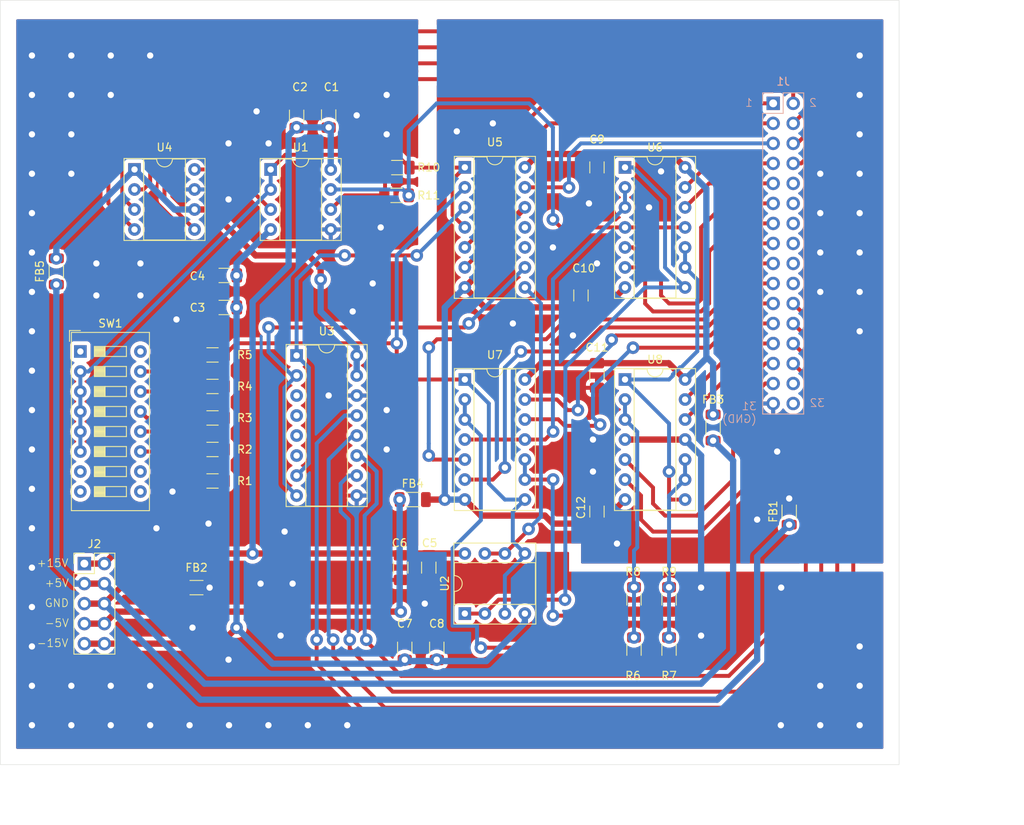
<source format=kicad_pcb>
(kicad_pcb (version 20240108) (generator "pcbnew") (generator_version "8.0")
  (layers (0 "F.Cu" signal) (31 "B.Cu" signal) (34 "B.Paste" user) (35 "F.Paste" user) (36 "B.SilkS" user "B.Silkscreen") (37 "F.SilkS" user "F.Silkscreen") (38 "B.Mask" user) (39 "F.Mask" user) (44 "Edge.Cuts" user))
  (net 0 "")
  (net 1 "GNDA")
  (net 2 "/+15V")
  (net 3 "/-15V")
  (net 4 "GNDD")
  (net 5 "/PowerGND")
  (net 6 "/Driver_FB")
  (net 7 "/S8out")
  (net 8 "/Control7")
  (net 9 "/S7out")
  (net 10 "/Control1")
  (net 11 "/Driver_op")
  (net 12 "/Control8")
  (net 13 "/+5V")
  (net 14 "/-5VD")
  (net 15 "/+5VD")
  (net 16 "/S8in")
  (net 18 "/S10inA")
  (net 19 "/Control10A")
  (net 20 "/S9out")
  (net 21 "/Control9B")
  (net 22 "/S10out")
  (net 23 "/Control9A")
  (net 24 "/Control10B")
  (net 25 "/S10inB")
  (net 26 "/ControlAF_1A")
  (net 27 "/ControlAF_2A")
  (net 28 "/Hz1")
  (net 29 "/ControlAF_2B")
  (net 30 "/ControlAF_1B")
  (net 31 "/Hz2")
  (net 32 "/ControlAF_4A")
  (net 33 "/ControlAF_4B")
  (net 34 "/Vt1")
  (net 35 "/ControlAF_3A")
  (net 36 "/Vt2")
  (net 37 "/ControlAF_3B")
  (net 38 "/CLK")
  (net 39 "/Din")
  (net 40 "/SCK")
  (net 41 "/SDI")
  (net 42 "/Dout")
  (net 43 "/DAC_CSbar")
  (net 50 "/LDACbar")
  (net 51 "/ADC_CSbar")
  (net 52 "/S2out")
  (net 53 "/S3out")
  (net 54 "/S4out")
  (net 55 "/S5out")
  (net 56 "/S6out")
  (net 57 "/Write_FB")
  (net 64 "/DAC_output")
  (net 70 "/-5V")
  (net 71 "/+5VA")
  (footprint "Capacitor_SMD:C_1206_3216Metric_Pad1.33x1.80mm_HandSolder" (layer "F.Cu") (at 201.676 70.612 -90)
    (property "Reference" "C11")
    (property "Value" "0.1uF")
  )
  (footprint "Capacitor_SMD:C_1206_3216Metric_Pad1.33x1.80mm_HandSolder" (layer "F.Cu") (at 181.356 105.156 90)
    (property "Reference" "C8")
    (property "Value" "0.1uF")
  )
  (footprint "Package_DIP:DIP-14_W7.62mm_Socket" (layer "F.Cu") (at 205.232 71.12)
    (property "Reference" "U8")
    (property "Value" "CD4066BE")
  )
  (footprint "Inductor_SMD:L_1206_3216Metric_Pad1.22x1.90mm_HandSolder" (layer "F.Cu") (at 178.308 86.36 180)
    (property "Reference" "FB4")
    (property "Value" "FerriteBead" (hide yes))
  )
  (footprint "Inductor_SMD:L_1206_3216Metric_Pad1.22x1.90mm_HandSolder" (layer "F.Cu") (at 216.408 77.216 -90)
    (property "Reference" "FB3")
    (property "Value" "FerriteBead" (hide yes))
  )
  (footprint "Capacitor_SMD:C_1206_3216Metric_Pad1.33x1.80mm_HandSolder" (layer "F.Cu") (at 177.292 105.156 90)
    (property "Reference" "C7")
    (property "Value" "1uF")
  )
  (footprint "Resistor_SMD:R_1206_3216Metric_Pad1.30x1.75mm_HandSolder" (layer "F.Cu") (at 176.34375 44.222 180)
    (property "Reference" "R10")
    (property "Value" "20k")
  )
  (footprint "Connector_PinHeader_2.54mm:PinHeader_2x05_P2.54mm_Vertical" (layer "F.Cu") (at 136.652 94.488)
    (property "Reference" "J2")
    (property "Value" "Conn_02x05_Odd_Even")
  )
  (footprint "Package_DIP:DIP-16_W7.62mm_Socket" (layer "F.Cu") (at 163.576 68.072)
    (property "Reference" "U3")
    (property "Value" "MCP3008")
  )
  (footprint "Capacitor_SMD:C_1206_3216Metric_Pad1.33x1.80mm_HandSolder" (layer "F.Cu") (at 199.644 60.452 90)
    (property "Reference" "C10")
    (property "Value" "0.1uF")
  )
  (footprint "Package_DIP:DIP-8_W7.62mm_Socket" (layer "F.Cu") (at 143.012 44.46)
    (property "Reference" "U4")
    (property "Value" "MCP4921")
  )
  (footprint "Resistor_SMD:R_1206_3216Metric_Pad1.30x1.75mm_HandSolder" (layer "F.Cu") (at 152.908 80)
    (property "Reference" "R2")
    (property "Value" "300k")
  )
  (footprint "Inductor_SMD:L_1206_3216Metric_Pad1.22x1.90mm_HandSolder" (layer "F.Cu") (at 150.876 97.536 180)
    (property "Reference" "FB2")
    (property "Value" "FerriteBead" (hide yes))
  )
  (footprint "Package_DIP:DIP-8_W7.62mm_Socket" (layer "F.Cu") (at 160.284 44.46)
    (property "Reference" "U1")
    (property "Value" "LM6172")
  )
  (footprint "Resistor_SMD:R_1206_3216Metric_Pad1.30x1.75mm_HandSolder" (layer "F.Cu") (at 152.908 68)
    (property "Reference" "R5")
    (property "Value" "10k")
  )
  (footprint "Resistor_SMD:R_1206_3216Metric_Pad1.30x1.75mm_HandSolder" (layer "F.Cu") (at 152.908 84)
    (property "Reference" "R1")
    (property "Value" "1M")
  )
  (footprint "Capacitor_SMD:C_1206_3216Metric_Pad1.33x1.80mm_HandSolder" (layer "F.Cu") (at 163.576 37.6305 90)
    (property "Reference" "C2")
    (property "Value" "0.1uF")
  )
  (footprint "Capacitor_SMD:C_1206_3216Metric_Pad1.33x1.80mm_HandSolder" (layer "F.Cu") (at 176.784 94.996 -90)
    (property "Reference" "C6")
    (property "Value" "0.1uF")
  )
  (footprint "Resistor_SMD:R_1206_3216Metric_Pad1.30x1.75mm_HandSolder" (layer "F.Cu") (at 206.375 99.034 90)
    (property "Reference" "R8")
    (property "Value" "R_Small")
  )
  (footprint "Resistor_SMD:R_1206_3216Metric_Pad1.30x1.75mm_HandSolder" (layer "F.Cu") (at 210.82 105.41 90)
    (property "Reference" "R7")
    (property "Value" "R_Small")
  )
  (footprint "Package_DIP:DIP-14_W7.62mm_Socket" (layer "F.Cu") (at 205.232 44.196)
    (property "Reference" "U6")
    (property "Value" "CD4066BE")
  )
  (footprint "Resistor_SMD:R_1206_3216Metric_Pad1.30x1.75mm_HandSolder" (layer "F.Cu") (at 206.375 105.41 90)
    (property "Reference" "R6")
    (property "Value" "R_Small")
  )
  (footprint "Resistor_SMD:R_1206_3216Metric_Pad1.30x1.75mm_HandSolder" (layer "F.Cu") (at 176.25 47.752)
    (property "Reference" "R11")
    (property "Value" "10k")
  )
  (footprint "Capacitor_SMD:C_1206_3216Metric_Pad1.33x1.80mm_HandSolder" (layer "F.Cu") (at 201.676 87.884 90)
    (property "Reference" "C12")
    (property "Value" "0.1uF")
  )
  (footprint "Inductor_SMD:L_1206_3216Metric_Pad1.22x1.90mm_HandSolder" (layer "F.Cu") (at 226.06 87.884 -90)
    (property "Reference" "FB1")
    (property "Value" "FerriteBead" (hide yes))
  )
  (footprint "Inductor_SMD:L_1206_3216Metric_Pad1.22x1.90mm_HandSolder" (layer "F.Cu") (at 133.096 57.404 -90)
    (property "Reference" "FB5")
    (property "Value" "FerriteBead" (hide yes))
  )
  (footprint "Capacitor_SMD:C_1206_3216Metric_Pad1.33x1.80mm_HandSolder" (layer "F.Cu") (at 201.676 44.196 -90)
    (property "Reference" "C9")
    (property "Value" "0.1uF")
  )
  (footprint "Capacitor_SMD:C_1206_3216Metric_Pad1.33x1.80mm_HandSolder" (layer "F.Cu") (at 180.34 94.996 -90)
    (property "Reference" "C5")
    (property "Value" "1uF")
  )
  (footprint "Capacitor_SMD:C_1206_3216Metric_Pad1.33x1.80mm_HandSolder" (layer "F.Cu") (at 154.432 57.912 180)
    (property "Reference" "C4")
    (property "Value" "0.1uF")
  )
  (footprint "Capacitor_SMD:C_1206_3216Metric_Pad1.33x1.80mm_HandSolder" (layer "F.Cu") (at 167.64 37.592 90)
    (property "Reference" "C1")
    (property "Value" "1uF")
  )
  (footprint "Resistor_SMD:R_1206_3216Metric_Pad1.30x1.75mm_HandSolder" (layer "F.Cu") (at 210.82 99.034 90)
    (property "Reference" "R9")
    (property "Value" "R_Small")
  )
  (footprint "Button_Switch_THT:SW_DIP_SPSTx08_Slide_9.78x22.5mm_W7.62mm_P2.54mm" (layer "F.Cu") (at 136.144 67.564)
    (property "Reference" "SW1")
    (property "Value" "SW_DIP_x08")
  )
  (footprint "Package_DIP:DIP-14_W7.62mm_Socket" (layer "F.Cu") (at 184.912 71.12)
    (property "Reference" "U7")
    (property "Value" "CD4066BE")
  )
  (footprint "Package_DIP:DIP-14_W7.62mm_Socket" (layer "F.Cu") (at 184.912 44.191)
    (property "Reference" "U5")
    (property "Value" "CD4066BE")
  )
  (footprint "Capacitor_SMD:C_1206_3216Metric_Pad1.33x1.80mm_HandSolder" (layer "F.Cu") (at 154.432 61.976 180)
    (property "Reference" "C3")
    (property "Value" "1uF")
  )
  (footprint "Resistor_SMD:R_1206_3216Metric_Pad1.30x1.75mm_HandSolder" (layer "F.Cu") (at 152.908 72)
    (property "Reference" "R4")
    (property "Value" "30k")
  )
  (footprint "Package_DIP:DIP-8_W7.62mm_Socket" (layer "F.Cu") (at 184.912 100.828 90)
    (property "Reference" "U2")
    (property "Value" "OPA2277")
  )
  (footprint "Resistor_SMD:R_1206_3216Metric_Pad1.30x1.75mm_HandSolder" (layer "F.Cu") (at 152.908 76)
    (property "Reference" "R3")
    (property "Value" "100k")
  )
  (footprint "Connector_PinSocket_2.54mm:PinSocket_2x16_P2.54mm_Vertical" (layer "B.Cu") (at 224.028 36.068 180)
    (property "Reference" "J1")
    (property "Value" "Conn_02x16_Odd_Even")
  )
  (gr_rect (start 126 23) (end 240 120) (stroke (width 0.05)) (fill none) (layer "Edge.Cuts"))
  (gr_text "32" (at 230.632 74.676 0) (layer "B.SilkS") (effects (font (size 1 1) (thickness 0.1)) (justify left bottom mirror)))
  (gr_text "1" (at 221.488 36.576 0) (layer "B.SilkS") (effects (font (size 1 1) (thickness 0.1)) (justify left bottom mirror)))
  (gr_text "31\n(GND)" (at 221.996 76.708 0) (layer "B.SilkS") (effects (font (size 1 1) (thickness 0.1)) (justify left bottom mirror)))
  (gr_text "2" (at 229.616 36.576 0) (layer "B.SilkS") (effects (font (size 1 1) (thickness 0.1)) (justify left bottom mirror)))
  (gr_text "GND" (at 131.572 100.076 0) (layer "F.SilkS") (effects (font (size 1 1) (thickness 0.1)) (justify left bottom)))
  (gr_text "-15V" (at 130.556 105.156 0) (layer "F.SilkS") (effects (font (size 1 1) (thickness 0.1)) (justify left bottom)))
  (gr_text "+15V" (at 130.556 94.996 0) (layer "F.SilkS") (effects (font (size 1 1) (thickness 0.1)) (justify left bottom)))
  (gr_text "-5V" (at 131.572 102.616 0) (layer "F.SilkS") (effects (font (size 1 1) (thickness 0.1)) (justify left bottom)))
  (gr_text "+5V" (at 131.572 97.536 0) (layer "F.SilkS") (effects (font (size 1 1) (thickness 0.1)) (justify left bottom)))
  (segment (start 212.852 78.74) (end 205.232 78.74) (width 0.8) (layer "F.Cu") (net 1))
  (via (at 130 80) (size 1.6) (drill 0.8) (layers "F.Cu" "B.Cu") (net 1))
  (via (at 214.884 97.536) (size 1.6) (drill 0.8) (layers "F.Cu" "B.Cu") (net 1))
  (via (at 150 115) (size 1.6) (drill 0.8) (layers "F.Cu" "B.Cu") (net 1))
  (via (at 230 110) (size 1.6) (drill 0.8) (layers "F.Cu" "B.Cu") (net 1))
  (via (at 170.688 62.484) (size 1.6) (drill 0.8) (layers "F.Cu" "B.Cu") (net 1))
  (via (at 175 80) (size 1.6) (drill 0.8) (layers "F.Cu" "B.Cu") (net 1))
  (via (at 152.4 89.408) (size 1.6) (drill 0.8) (layers "F.Cu" "B.Cu") (net 1))
  (via (at 214.884 103.632) (size 1.6) (drill 0.8) (layers "F.Cu" "B.Cu") (net 1))
  (via (at 163.068 97.028) (size 1.6) (drill 0.8) (layers "F.Cu" "B.Cu") (net 1))
  (via (at 138.176 56.388) (size 1.6) (drill 0.8) (layers "F.Cu" "B.Cu") (net 1))
  (via (at 130 115) (size 1.6) (drill 0.8) (layers "F.Cu" "B.Cu") (net 1))
  (via (at 130 110) (size 1.6) (drill 0.8) (layers "F.Cu" "B.Cu") (net 1))
  (via (at 138.176 60.452) (size 1.6) (drill 0.8) (layers "F.Cu" "B.Cu") (net 1))
  (via (at 167.64 73.152) (size 1.6) (drill 0.8) (layers "F.Cu" "B.Cu") (net 1))
  (via (at 135 40) (size 1.6) (drill 0.8) (layers "F.Cu" "B.Cu") (net 1))
  (via (at 145.796 90) (size 1.6) (drill 0.8) (layers "F.Cu" "B.Cu") (net 1))
  (via (at 130 105) (size 1.6) (drill 0.8) (layers "F.Cu" "B.Cu") (net 1))
  (via (at 171.196 37.592) (size 1.6) (drill 0.8) (layers "F.Cu" "B.Cu") (net 1))
  (via (at 165 115) (size 1.6) (drill 0.8) (layers "F.Cu" "B.Cu") (net 1))
  (via (at 175 35) (size 1.6) (drill 0.8) (layers "F.Cu" "B.Cu") (net 1))
  (via (at 161.544 103.632) (size 1.6) (drill 0.8) (layers "F.Cu" "B.Cu") (net 1))
  (via (at 135 115) (size 1.6) (drill 0.8) (layers "F.Cu" "B.Cu") (net 1))
  (via (at 160 115) (size 1.6) (drill 0.8) (layers "F.Cu" "B.Cu") (net 1))
  (via (at 225 115) (size 1.6) (drill 0.8) (layers "F.Cu" "B.Cu") (net 1))
  (via (at 170 115) (size 1.6) (drill 0.8) (layers "F.Cu" "B.Cu") (net 1))
  (via (at 235 105) (size 1.6) (drill 0.8) (layers "F.Cu" "B.Cu") (net 1))
  (via (at 130 90) (size 1.6) (drill 0.8) (layers "F.Cu" "B.Cu") (net 1))
  (via (at 140 35) (size 1.6) (drill 0.8) (layers "F.Cu" "B.Cu") (net 1))
  (via (at 155 115) (size 1.6) (drill 0.8) (layers "F.Cu" "B.Cu") (net 1))
  (via (at 147.828 85.344) (size 1.6) (drill 0.8) (layers "F.Cu" "B.Cu") (net 1))
  (via (at 140 115) (size 1.6) (drill 0.8) (layers "F.Cu" "B.Cu") (net 1))
  (via (at 154.94 41.148) (size 1.6) (drill 0.8) (layers "F.Cu" "B.Cu") (net 1))
  (via (at 140 110) (size 1.6) (drill 0.8) (layers "F.Cu" "B.Cu") (net 1))
  (via (at 143.764 60.452) (size 1.6) (drill 0.8) (layers "F.Cu" "B.Cu") (net 1))
  (via (at 130 70) (size 1.6) (drill 0.8) (layers "F.Cu" "B.Cu") (net 1))
  (via (at 158.496 37.084) (size 1.6) (drill 0.8) (layers "F.Cu" "B.Cu") (net 1))
  (via (at 135 45) (size 1.6) (drill 0.8) (layers "F.Cu" "B.Cu") (net 1))
  (via (at 159.004 97.028) (size 1.6) (drill 0.8) (layers "F.Cu" "B.Cu") (net 1))
  (via (at 152.5385 97.536) (size 1.6) (drill 0.8) (layers "F.Cu" "B.Cu") (net 1))
  (via (at 130 30) (size 1.6) (drill 0.8) (layers "F.Cu" "B.Cu") (net 1))
  (via (at 130 55) (size 1.6) (drill 0.8) (layers "F.Cu" "B.Cu") (net 1))
  (via (at 130 35) (size 1.6) (drill 0.8) (layers "F.Cu" "B.Cu") (net 1))
  (via (at 173.228 58.928) (size 1.6) (drill 0.8) (layers "F.Cu" "B.Cu") (net 1))
  (via (at 175 75) (size 1.6) (drill 0.8) (layers "F.Cu" "B.Cu") (net 1))
  (via (at 130 65) (size 1.6) (drill 0.8) (layers "F.Cu" "B.Cu") (net 1))
  (via (at 135 30) (size 1.6) (drill 0.8) (layers "F.Cu" "B.Cu") (net 1))
  (via (at 160.02 41.148) (size 1.6) (drill 0.8) (layers "F.Cu" "B.Cu") (net 1))
  (via (at 130 50) (size 1.6) (drill 0.8) (layers "F.Cu" "B.Cu") (net 1))
  (via (at 145 30) (size 1.6) (drill 0.8) (layers "F.Cu" "B.Cu") (net 1))
  (via (at 130 100) (size 1.6) (drill 0.8) (layers "F.Cu" "B.Cu") (net 1))
  (via (at 145 115) (size 1.6) (drill 0.8) (layers "F.Cu" "B.Cu") (net 1))
  (via (at 130 75) (size 1.6) (drill 0.8) (layers "F.Cu" "B.Cu") (net 1))
  (via (at 130 95) (size 1.6) (drill 0.8) (layers "F.Cu" "B.Cu") (net 1))
  (via (at 135 110) (size 1.6) (drill 0.8) (layers "F.Cu" "B.Cu") (net 1))
  (via (at 235 115) (size 1.6) (drill 0.8) (layers "F.Cu" "B.Cu") (net 1))
  (via (at 175 40) (size 1.6) (drill 0.8) (layers "F.Cu" "B.Cu") (net 1))
  (via (at 135 35) (size 1.6) (drill 0.8) (layers "F.Cu" "B.Cu") (net 1))
  (via (at 235 110) (size 1.6) (drill 0.8) (layers "F.Cu" "B.Cu") (net 1))
  (via (at 154.94 48.26) (size 1.6) (drill 0.8) (layers "F.Cu" "B.Cu") (net 1))
  (via (at 148.336 63.5) (size 1.6) (drill 0.8) (layers "F.Cu" "B.Cu") (net 1))
  (via (at 150.368 102.616) (size 1.6) (drill 0.8) (layers "F.Cu" "B.Cu") (net 1))
  (via (at 140 30) (size 1.6) (drill 0.8) (layers "F.Cu" "B.Cu") (net 1))
  (via (at 130 85) (size 1.6) (drill 0.8) (layers "F.Cu" "B.Cu") (net 1))
  (via (at 162.052 90.424) (size 1.6) (drill 0.8) (layers "F.Cu" "B.Cu") (net 1))
  (via (at 179.832 99.568) (size 1.6) (drill 0.8) (layers "F.Cu" "B.Cu") (net 1))
  (via (at 143.764 56.388) (size 1.6) (drill 0.8) (layers "F.Cu" "B.Cu") (net 1))
  (via (at 145 110) (size 1.6) (drill 0.8) (layers "F.Cu" "B.Cu") (net 1))
  (via (at 130 60) (size 1.6) (drill 0.8) (layers "F.Cu" "B.Cu") (net 1))
  (via (at 230 115) (size 1.6) (drill 0.8) (layers "F.Cu" "B.Cu") (net 1))
  (via (at 130 45) (size 1.6) (drill 0.8) (layers "F.Cu" "B.Cu") (net 1))
  (via (at 154.94 106.68) (size 1.6) (drill 0.8) (layers "F.Cu" "B.Cu") (net 1))
  (via (at 130 40) (size 1.6) (drill 0.8) (layers "F.Cu" "B.Cu") (net 1))
  (via (at 225.044 97.536) (size 1.6) (drill 0.8) (layers "F.Cu" "B.Cu") (net 1))
  (via (at 174.244 51.816) (size 1.6) (drill 0.8) (layers "F.Cu" "B.Cu") (net 1))
  (segment (start 214.884 80.772) (end 212.852 78.74) (width 0.8) (layer "B.Cu") (net 1))
  (segment (start 214.884 97.536) (end 214.884 80.772) (width 0.8) (layer "B.Cu") (net 1))
  (segment (start 136.652 94.488) (end 139.192 94.488) (width 0.8) (layer "F.Cu") (net 2))
  (segment (start 157.988 93.208) (end 184.912 93.208) (width 0.8) (layer "F.Cu") (net 2))
  (segment (start 157.988 93.208) (end 140.472 93.208) (width 0.8) (layer "F.Cu") (net 2))
  (segment (start 140.472 93.208) (end 139.192 94.488) (width 0.8) (layer "F.Cu") (net 2))
  (via (at 167.64 39.116) (size 1.6) (drill 0.8) (layers "F.Cu" "B.Cu") (net 2))
  (via (at 163.576 39.116) (size 1.6) (drill 0.8) (layers "F.Cu" "B.Cu") (net 2))
  (via (at 157.988 93.208) (size 1.6) (drill 0.8) (layers "F.Cu" "B.Cu") (net 2))
  (segment (start 157.988 93.208) (end 157.988 61.244) (width 0.8) (layer "B.Cu") (net 2))
  (segment (start 167.64 39.116) (end 167.904 39.38) (width 0.8) (layer "B.Cu") (net 2))
  (segment (start 163.576 39.116) (end 167.64 39.116) (width 0.8) (layer "B.Cu") (net 2))
  (segment (start 157.988 61.244) (end 162.56 56.672) (width 0.8) (layer "B.Cu") (net 2))
  (segment (start 162.56 56.672) (end 162.56 40.132) (width 0.8) (layer "B.Cu") (net 2))
  (segment (start 167.904 39.38) (end 167.904 44.46) (width 0.8) (layer "B.Cu") (net 2))
  (segment (start 162.56 40.132) (end 163.576 39.116) (width 0.8) (layer "B.Cu") (net 2))
  (segment (start 153.924 104.648) (end 139.192 104.648) (width 0.8) (layer "F.Cu") (net 3))
  (segment (start 136.652 104.648) (end 139.192 104.648) (width 0.8) (layer "F.Cu") (net 3))
  (segment (start 155.956 102.616) (end 153.924 104.648) (width 0.8) (layer "F.Cu") (net 3))
  (via (at 181.356 106.68) (size 1.6) (drill 0.8) (layers "F.Cu" "B.Cu") (net 3))
  (via (at 155.956 61.976) (size 1.6) (drill 0.8) (layers "F.Cu" "B.Cu") (net 3))
  (via (at 155.956 102.616) (size 1.6) (drill 0.8) (layers "F.Cu" "B.Cu") (net 3))
  (via (at 177.292 106.68) (size 1.6) (drill 0.8) (layers "F.Cu" "B.Cu") (net 3))
  (via (at 155.956 57.912) (size 1.6) (drill 0.8) (layers "F.Cu" "B.Cu") (net 3))
  (segment (start 192.532 100.828) (end 192.532 101.972164) (width 0.8) (layer "B.Cu") (net 3))
  (segment (start 181.356 106.68) (end 181.18 106.856) (width 0.8) (layer "B.Cu") (net 3))
  (segment (start 181.532 106.856) (end 181.356 106.68) (width 0.8) (layer "B.Cu") (net 3))
  (segment (start 155.956 56.408) (end 160.284 52.08) (width 0.8) (layer "B.Cu") (net 3))
  (segment (start 187.648164 106.856) (end 181.532 106.856) (width 0.8) (layer "B.Cu") (net 3))
  (segment (start 155.956 102.616) (end 155.956 61.976) (width 0.8) (layer "B.Cu") (net 3))
  (segment (start 155.956 102.616) (end 160.528 107.188) (width 0.8) (layer "B.Cu") (net 3))
  (segment (start 192.532 101.972164) (end 187.648164 106.856) (width 0.8) (layer "B.Cu") (net 3))
  (segment (start 176.784 107.188) (end 177.292 106.68) (width 0.8) (layer "B.Cu") (net 3))
  (segment (start 160.528 107.188) (end 176.784 107.188) (width 0.8) (layer "B.Cu") (net 3))
  (segment (start 155.956 61.976) (end 155.956 57.912) (width 0.8) (layer "B.Cu") (net 3))
  (segment (start 155.956 57.912) (end 155.956 56.408) (width 0.8) (layer "B.Cu") (net 3))
  (segment (start 177.468 106.856) (end 177.292 106.68) (width 0.8) (layer "B.Cu") (net 3))
  (segment (start 181.18 106.856) (end 177.468 106.856) (width 0.8) (layer "B.Cu") (net 3))
  (via (at 235 35) (size 1.6) (drill 0.8) (layers "F.Cu" "B.Cu") (net 4))
  (via (at 198.628 65.532) (size 1.6) (drill 0.8) (layers "F.Cu" "B.Cu") (net 4))
  (via (at 235 55) (size 1.6) (drill 0.8) (layers "F.Cu" "B.Cu") (net 4))
  (via (at 235 45) (size 1.6) (drill 0.8) (layers "F.Cu" "B.Cu") (net 4))
  (via (at 201.676 56.388) (size 1.6) (drill 0.8) (layers "F.Cu" "B.Cu") (net 4))
  (via (at 235 60) (size 1.6) (drill 0.8) (layers "F.Cu" "B.Cu") (net 4))
  (via (at 230 60) (size 1.6) (drill 0.8) (layers "F.Cu" "B.Cu") (net 4))
  (via (at 183.896 39.624) (size 1.6) (drill 0.8) (layers "F.Cu" "B.Cu") (net 4))
  (via (at 235 40) (size 1.6) (drill 0.8) (layers "F.Cu" "B.Cu") (net 4))
  (via (at 235 50) (size 1.6) (drill 0.8) (layers "F.Cu" "B.Cu") (net 4))
  (via (at 200.66 48.768) (size 1.6) (drill 0.8) (layers "F.Cu" "B.Cu") (net 4))
  (via (at 224.536 80.264) (size 1.6) (drill 0.8) (layers "F.Cu" "B.Cu") (net 4))
  (via (at 235 65) (size 1.6) (drill 0.8) (layers "F.Cu" "B.Cu") (net 4))
  (via (at 201.168 82.804) (size 1.6) (drill 0.8) (layers "F.Cu" "B.Cu") (net 4))
  (via (at 235 30) (size 1.6) (drill 0.8) (layers "F.Cu" "B.Cu") (net 4))
  (via (at 188.468 38.608) (size 1.6) (drill 0.8) (layers "F.Cu" "B.Cu") (net 4))
  (via (at 221.996 88.9) (size 1.6) (drill 0.8) (layers "F.Cu" "B.Cu") (net 4))
  (via (at 201.168 78.74) (size 1.6) (drill 0.8) (layers "F.Cu" "B.Cu") (net 4))
  (via (at 230 45) (size 1.6) (drill 0.8) (layers "F.Cu" "B.Cu") (net 4))
  (via (at 209.804 44.704) (size 1.6) (drill 0.8) (layers "F.Cu" "B.Cu") (net 4))
  (via (at 230 55) (size 1.6) (drill 0.8) (layers "F.Cu" "B.Cu") (net 4))
  (via (at 196.088 54.356) (size 1.6) (drill 0.8) (layers "F.Cu" "B.Cu") (net 4))
  (via (at 204.216 91.948) (size 1.6) (drill 0.8) (layers "F.Cu" "B.Cu") (net 4))
  (via (at 191.008 64.008) (size 1.6) (drill 0.8) (layers "F.Cu" "B.Cu") (net 4))
  (via (at 226.06 86.2215) (size 1.6) (drill 0.8) (layers "F.Cu" "B.Cu") (net 4))
  (via (at 208.28 49.276) (size 1.6) (drill 0.8) (layers "F.Cu" "B.Cu") (net 4))
  (via (at 230 50) (size 1.6) (drill 0.8) (layers "F.Cu" "B.Cu") (net 4))
  (segment (start 149.2135 97.536) (end 141.224 97.536) (width 0.8) (layer "F.Cu") (net 5))
  (segment (start 136.652 99.568) (end 139.192 99.568) (width 0.8) (layer "F.Cu") (net 5))
  (segment (start 141.224 97.536) (end 139.192 99.568) (width 0.8) (layer "F.Cu") (net 5))
  (via (at 226.06 89.5465) (size 1.6) (drill 0.8) (layers "F.Cu" "B.Cu") (net 5))
  (segment (start 226.06 89.5465) (end 221.996 93.6105) (width 0.8) (layer "B.Cu") (net 5))
  (segment (start 221.996 93.6105) (end 221.996 106.68) (width 0.8) (layer "B.Cu") (net 5))
  (segment (start 221.996 106.68) (end 216.916 111.76) (width 0.8) (layer "B.Cu") (net 5))
  (segment (start 151.384 111.76) (end 139.192 99.568) (width 0.8) (layer "B.Cu") (net 5))
  (segment (start 216.916 111.76) (end 151.384 111.76) (width 0.8) (layer "B.Cu") (net 5))
  (segment (start 177.89375 44.222) (end 184.881 44.222) (width 0.5) (layer "F.Cu") (net 6))
  (segment (start 162.147 42.597) (end 176.26875 42.597) (width 0.5) (layer "F.Cu") (net 6))
  (segment (start 176.26875 42.597) (end 177.89375 44.222) (width 0.5) (layer "F.Cu") (net 6))
  (segment (start 184.912 51.811) (end 183.362 50.261) (width 0.5) (layer "F.Cu") (net 6))
  (segment (start 184.881 44.222) (end 184.912 44.191) (width 0.5) (layer "F.Cu") (net 6))
  (segment (start 160.284 44.46) (end 162.147 42.597) (width 0.5) (layer "F.Cu") (net 6))
  (segment (start 183.362 45.741) (end 184.912 44.191) (width 0.5) (layer "F.Cu") (net 6))
  (segment (start 183.362 50.261) (end 183.362 45.741) (width 0.5) (layer "F.Cu") (net 6))
  (segment (start 136.144 70.104) (end 136.144 80.264) (width 0.5) (layer "B.Cu") (net 6))
  (segment (start 137.18 70.104) (end 136.144 70.104) (width 0.5) (layer "B.Cu") (net 6))
  (segment (start 160.284 47) (end 160.284 44.46) (width 0.5) (layer "B.Cu") (net 6))
  (segment (start 160.284 47) (end 137.18 70.104) (width 0.5) (layer "B.Cu") (net 6))
  (segment (start 184.907 64.516) (end 160.02 64.516) (width 0.5) (layer "F.Cu") (net 7))
  (segment (start 185.4175 64.0055) (end 184.907 64.516) (width 0.5) (layer "F.Cu") (net 7))
  (via (at 160.02 64.516) (size 1.6) (drill 0.8) (layers "F.Cu" "B.Cu") (net 7))
  (via (at 185.4175 64.0055) (size 1.6) (drill 0.8) (layers "F.Cu" "B.Cu") (net 7))
  (segment (start 163.576 70.612) (end 162.026 72.162) (width 0.5) (layer "B.Cu") (net 7))
  (segment (start 163.016 70.612) (end 163.576 70.612) (width 0.5) (layer "B.Cu") (net 7))
  (segment (start 160.02 64.516) (end 160.02 67.616) (width 0.5) (layer "B.Cu") (net 7))
  (segment (start 162.026 84.302) (end 163.576 85.852) (width 0.5) (layer "B.Cu") (net 7))
  (segment (start 185.4175 64.0055) (end 192.532 56.891) (width 0.5) (layer "B.Cu") (net 7))
  (segment (start 160.02 67.616) (end 163.016 70.612) (width 0.5) (layer "B.Cu") (net 7))
  (segment (start 162.026 72.162) (end 162.026 84.302) (width 0.5) (layer "B.Cu") (net 7))
  (segment (start 186.944 44.196) (end 186.944 52.319) (width 0.5) (layer "F.Cu") (net 8))
  (segment (start 224.028 36.068) (end 195.072 36.068) (width 0.5) (layer "F.Cu") (net 8))
  (segment (start 195.072 36.068) (end 186.944 44.196) (width 0.5) (layer "F.Cu") (net 8))
  (segment (start 186.944 52.319) (end 184.912 54.351) (width 0.5) (layer "F.Cu") (net 8))
  (segment (start 169.672 55.372) (end 170.18 55.372) (width 0.5) (layer "F.Cu") (net 9))
  (segment (start 170.18 55.372) (end 178.816 55.372) (width 0.5) (layer "F.Cu") (net 9))
  (via (at 178.816 55.372) (size 1.6) (drill 0.8) (layers "F.Cu" "B.Cu") (net 9))
  (via (at 169.672 55.372) (size 1.6) (drill 0.8) (layers "F.Cu" "B.Cu") (net 9))
  (segment (start 165.126 69.622) (end 165.126 81.762) (width 0.5) (layer "B.Cu") (net 9))
  (segment (start 165.126 81.762) (end 163.576 83.312) (width 0.5) (layer "B.Cu") (net 9))
  (segment (start 166.624 55.372) (end 163.576 58.42) (width 0.5) (layer "B.Cu") (net 9))
  (segment (start 163.576 58.42) (end 163.576 68.072) (width 0.5) (layer "B.Cu") (net 9))
  (segment (start 178.816 55.367) (end 184.912 49.271) (width 0.5) (layer "B.Cu") (net 9))
  (segment (start 169.672 55.372) (end 166.624 55.372) (width 0.5) (layer "B.Cu") (net 9))
  (segment (start 178.816 55.372) (end 178.816 55.367) (width 0.5) (layer "B.Cu") (net 9))
  (segment (start 163.576 68.072) (end 165.126 69.622) (width 0.5) (layer "B.Cu") (net 9))
  (segment (start 192.532 46.731) (end 198.115 46.731) (width 0.5) (layer "F.Cu") (net 10))
  (segment (start 198.115 46.731) (end 198.12 46.736) (width 0.5) (layer "F.Cu") (net 10))
  (via (at 198.12 46.736) (size 1.6) (drill 0.8) (layers "F.Cu" "B.Cu") (net 10))
  (segment (start 199.644 41.148) (end 224.028 41.148) (width 0.5) (layer "B.Cu") (net 10))
  (segment (start 198.12 46.736) (end 198.12 42.672) (width 0.5) (layer "B.Cu") (net 10))
  (segment (start 198.12 42.672) (end 199.644 41.148) (width 0.5) (layer "B.Cu") (net 10))
  (segment (start 155.936 66.522) (end 154.458 68) (width 0.5) (layer "F.Cu") (net 11))
  (segment (start 176.276 66.522) (end 176.276 69.596) (width 0.5) (layer "F.Cu") (net 11))
  (segment (start 176.276 66.522) (end 155.936 66.522) (width 0.5) (layer "F.Cu") (net 11))
  (segment (start 176.276 69.596) (end 177.8 71.12) (width 0.5) (layer "F.Cu") (net 11))
  (segment (start 154.458 68) (end 154.458 84) (width 0.5) (layer "F.Cu") (net 11))
  (segment (start 177.8 71.12) (end 184.912 71.12) (width 0.5) (layer "F.Cu") (net 11))
  (via (at 176.276 66.522) (size 1.6) (drill 0.8) (layers "F.Cu" "B.Cu") (net 11))
  (segment (start 184.912 71.12) (end 187.96 74.168) (width 0.5) (layer "B.Cu") (net 11))
  (segment (start 187.96 84.328) (end 189.992 86.36) (width 0.5) (layer "B.Cu") (net 11))
  (segment (start 189.992 86.36) (end 192.532 86.36) (width 0.5) (layer "B.Cu") (net 11))
  (segment (start 191 87.892) (end 191 91.676) (width 0.5) (layer "B.Cu") (net 11))
  (segment (start 192.532 86.36) (end 191 87.892) (width 0.5) (layer "B.Cu") (net 11))
  (segment (start 189.992 96.012) (end 189.992 100.828) (width 0.5) (layer "B.Cu") (net 11))
  (segment (start 192.532 93.208) (end 192.532 93.472) (width 0.5) (layer "B.Cu") (net 11))
  (segment (start 187.96 74.168) (end 187.96 84.328) (width 0.5) (layer "B.Cu") (net 11))
  (segment (start 191 91.676) (end 192.532 93.208) (width 0.5) (layer "B.Cu") (net 11))
  (segment (start 192.532 93.472) (end 189.992 96.012) (width 0.5) (layer "B.Cu") (net 11))
  (segment (start 176.276 55.367) (end 184.912 46.731) (width 0.5) (layer "B.Cu") (net 11))
  (segment (start 176.276 66.522) (end 176.276 55.367) (width 0.5) (layer "B.Cu") (net 11))
  (segment (start 195.58 38.608) (end 224.028 38.608) (width 0.5) (layer "F.Cu") (net 12))
  (segment (start 188.468 53.335) (end 188.468 45.72) (width 0.5) (layer "F.Cu") (net 12))
  (segment (start 188.468 45.72) (end 195.58 38.608) (width 0.5) (layer "F.Cu") (net 12))
  (segment (start 184.912 56.891) (end 188.468 53.335) (width 0.5) (layer "F.Cu") (net 12))
  (segment (start 136.652 97.028) (end 139.192 97.028) (width 0.8) (layer "F.Cu") (net 13))
  (via (at 216.408 78.8785) (size 1.6) (drill 0.8) (layers "F.Cu" "B.Cu") (net 13))
  (via (at 133.096 59.0665) (size 1.6) (drill 0.8) (layers "F.Cu" "B.Cu") (net 13))
  (segment (start 218.948 81.4185) (end 218.948 105.664) (width 0.8) (layer "B.Cu") (net 13))
  (segment (start 136.652 97.028) (end 135.449919 97.028) (width 0.8) (layer "B.Cu") (net 13))
  (segment (start 135.449919 97.028) (end 133.096 94.674081) (width 0.8) (layer "B.Cu") (net 13))
  (segment (start 133.096 94.674081) (end 133.096 59.0665) (width 0.8) (layer "B.Cu") (net 13))
  (segment (start 218.948 105.664) (end 214.884 109.728) (width 0.8) (layer "B.Cu") (net 13))
  (segment (start 214.884 109.728) (end 151.892 109.728) (width 0.8) (layer "B.Cu") (net 13))
  (segment (start 216.408 78.8785) (end 218.948 81.4185) (width 0.8) (layer "B.Cu") (net 13))
  (segment (start 151.892 109.728) (end 139.192 97.028) (width 0.8) (layer "B.Cu") (net 13))
  (segment (start 182.372 86.36) (end 179.9705 86.36) (width 0.8) (layer "F.Cu") (net 14))
  (segment (start 192.532 49.271) (end 190.832 50.971) (width 0.8) (layer "F.Cu") (net 14))
  (segment (start 186.944 88.392) (end 195.072 88.392) (width 0.8) (layer "F.Cu") (net 14))
  (segment (start 202.692 61.976) (end 205.232 59.436) (width 0.8) (layer "F.Cu") (net 14))
  (segment (start 184.912 59.431) (end 187.457 61.976) (width 0.8) (layer "F.Cu") (net 14))
  (segment (start 202.184 89.408) (end 205.232 86.36) (width 0.8) (layer "F.Cu") (net 14))
  (segment (start 190.832 50.971) (end 190.832 53.511) (width 0.8) (layer "F.Cu") (net 14))
  (segment (start 184.912 86.36) (end 186.944 88.392) (width 0.8) (layer "F.Cu") (net 14))
  (segment (start 187.457 61.976) (end 202.692 61.976) (width 0.8) (layer "F.Cu") (net 14))
  (segment (start 196.088 89.408) (end 202.184 89.408) (width 0.8) (layer "F.Cu") (net 14))
  (segment (start 190.832 53.511) (end 184.912 59.431) (width 0.8) (layer "F.Cu") (net 14))
  (segment (start 195.072 88.392) (end 196.088 89.408) (width 0.8) (layer "F.Cu") (net 14))
  (via (at 182.372 86.36) (size 1.6) (drill 0.8) (layers "F.Cu" "B.Cu") (net 14))
  (segment (start 182.372 61.971) (end 184.912 59.431) (width 0.8) (layer "B.Cu") (net 14))
  (segment (start 182.372 86.36) (end 184.912 86.36) (width 0.8) (layer "B.Cu") (net 14))
  (segment (start 182.372 86.36) (end 182.372 61.971) (width 0.8) (layer "B.Cu") (net 14))
  (segment (start 192.532 71.12) (end 194.6025 69.0495) (width 0.8) (layer "F.Cu") (net 15))
  (segment (start 192.532 44.191) (end 194.227 42.496) (width 0.8) (layer "F.Cu") (net 15))
  (segment (start 211.152 42.496) (end 212.852 44.196) (width 0.8) (layer "F.Cu") (net 15))
  (segment (start 194.227 42.496) (end 211.152 42.496) (width 0.8) (layer "F.Cu") (net 15))
  (segment (start 210.7815 69.0495) (end 212.852 71.12) (width 0.8) (layer "F.Cu") (net 15))
  (segment (start 194.6025 69.0495) (end 210.7815 69.0495) (width 0.8) (layer "F.Cu") (net 15))
  (via (at 216.408 75.5535) (size 1.6) (drill 0.8) (layers "F.Cu" "B.Cu") (net 15))
  (segment (start 216.408 69.088) (end 215.74 68.42) (width 0.8) (layer "B.Cu") (net 15))
  (segment (start 215.552 68.42) (end 212.852 71.12) (width 0.8) (layer "B.Cu") (net 15))
  (segment (start 216.408 75.5535) (end 216.408 69.088) (width 0.8) (layer "B.Cu") (net 15))
  (segment (start 215.552 46.896) (end 215.552 64.516) (width 0.8) (layer "B.Cu") (net 15))
  (segment (start 212.852 44.196) (end 215.552 46.896) (width 0.8) (layer "B.Cu") (net 15))
  (segment (start 215.74 68.42) (end 215.552 68.42) (width 0.8) (layer "B.Cu") (net 15))
  (segment (start 215.552 64.516) (end 215.552 68.42) (width 0.8) (layer "B.Cu") (net 15))
  (segment (start 193 90.2) (end 189.992 93.208) (width 0.5) (layer "F.Cu") (net 16))
  (segment (start 187.452 93.208) (end 189.992 93.208) (width 0.5) (layer "F.Cu") (net 16))
  (segment (start 193 90.092) (end 193 90.2) (width 0.5) (layer "F.Cu") (net 16))
  (via (at 193 90.092) (size 1.6) (drill 0.8) (layers "F.Cu" "B.Cu") (net 16))
  (segment (start 193 90.092) (end 194.564 88.528) (width 0.5) (layer "B.Cu") (net 16))
  (segment (start 194.564 61.463) (end 192.532 59.431) (width 0.5) (layer "B.Cu") (net 16))
  (segment (start 194.564 88.528) (end 194.564 61.463) (width 0.5) (layer "B.Cu") (net 16))
  (segment (start 189.22 99.06) (end 187.452 100.828) (width 0.5) (layer "F.Cu") (net 18))
  (segment (start 187.452 100.828) (end 184.912 100.828) (width 0.5) (layer "F.Cu") (net 18))
  (segment (start 197.612 99.06) (end 189.22 99.06) (width 0.5) (layer "F.Cu") (net 18))
  (via (at 197.612 99.06) (size 1.6) (drill 0.8) (layers "F.Cu" "B.Cu") (net 18))
  (segment (start 197.664 99.008) (end 197.664 69.544) (width 0.5) (layer "B.Cu") (net 18))
  (segment (start 210.312 48.26) (end 210.312 56.896) (width 0.5) (layer "B.Cu") (net 18))
  (segment (start 197.612 99.06) (end 197.664 99.008) (width 0.5) (layer "B.Cu") (net 18))
  (segment (start 206.248 44.196) (end 210.312 48.26) (width 0.5) (layer "B.Cu") (net 18))
  (segment (start 197.664 69.544) (end 207.772 59.436) (width 0.5) (layer "B.Cu") (net 18))
  (segment (start 205.232 44.196) (end 206.248 44.196) (width 0.5) (layer "B.Cu") (net 18))
  (segment (start 210.312 56.896) (end 212.852 59.436) (width 0.5) (layer "B.Cu") (net 18))
  (segment (start 207.772 59.436) (end 212.852 59.436) (width 0.5) (layer "B.Cu") (net 18))
  (segment (start 207.788 57.928) (end 207.788 61.484) (width 0.5) (layer "F.Cu") (net 19))
  (segment (start 215.9 54.864) (end 219.456 51.308) (width 0.5) (layer "F.Cu") (net 19))
  (segment (start 214.884 62.484) (end 215.9 61.468) (width 0.5) (layer "F.Cu") (net 19))
  (segment (start 215.9 61.468) (end 215.9 54.864) (width 0.5) (layer "F.Cu") (net 19))
  (segment (start 208.788 62.484) (end 214.884 62.484) (width 0.5) (layer "F.Cu") (net 19))
  (segment (start 206.756 56.896) (end 207.788 57.928) (width 0.5) (layer "F.Cu") (net 19))
  (segment (start 219.456 51.308) (end 224.028 51.308) (width 0.5) (layer "F.Cu") (net 19))
  (segment (start 207.788 61.484) (end 208.788 62.484) (width 0.5) (layer "F.Cu") (net 19))
  (segment (start 205.232 56.896) (end 206.756 56.896) (width 0.5) (layer "F.Cu") (net 19))
  (segment (start 192.532 78.74) (end 184.912 78.74) (width 0.5) (layer "F.Cu") (net 20))
  (segment (start 196.114 77.724) (end 195.098 78.74) (width 0.5) (layer "F.Cu") (net 20))
  (segment (start 195.098 78.74) (end 192.532 78.74) (width 0.5) (layer "F.Cu") (net 20))
  (via (at 196.114 77.724) (size 1.6) (drill 0.8) (layers "F.Cu" "B.Cu") (net 20))
  (segment (start 205.232 46.736) (end 205.232 49.276) (width 0.5) (layer "B.Cu") (net 20))
  (segment (start 196.114 77.724) (end 196.088 77.698) (width 0.5) (layer "B.Cu") (net 20))
  (segment (start 196.088 77.698) (end 196.088 58.42) (width 0.5) (layer "B.Cu") (net 20))
  (segment (start 196.088 58.42) (end 205.232 49.276) (width 0.5) (layer "B.Cu") (net 20))
  (segment (start 214.376 61.468) (end 214.884 60.96) (width 0.5) (layer "F.Cu") (net 21))
  (segment (start 209.804 60.452) (end 210.82 61.468) (width 0.5) (layer "F.Cu") (net 21))
  (segment (start 214.884 60.96) (end 214.884 51.816) (width 0.5) (layer "F.Cu") (net 21))
  (segment (start 210.82 61.468) (end 214.376 61.468) (width 0.5) (layer "F.Cu") (net 21))
  (segment (start 214.884 51.816) (end 217.932 48.768) (width 0.5) (layer "F.Cu") (net 21))
  (segment (start 209.804 57.912) (end 209.804 60.452) (width 0.5) (layer "F.Cu") (net 21))
  (segment (start 206.248 54.356) (end 209.804 57.912) (width 0.5) (layer "F.Cu") (net 21))
  (segment (start 205.232 54.356) (end 206.248 54.356) (width 0.5) (layer "F.Cu") (net 21))
  (segment (start 217.932 48.768) (end 224.028 48.768) (width 0.5) (layer "F.Cu") (net 21))
  (segment (start 210.82 86.106) (end 211.074 86.36) (width 0.5) (layer "F.Cu") (net 22))
  (segment (start 211.074 86.36) (end 212.852 86.36) (width 0.5) (layer "F.Cu") (net 22))
  (segment (start 210.82 82.804) (end 210.82 86.106) (width 0.5) (layer "F.Cu") (net 22))
  (via (at 210.82 82.804) (size 1.6) (drill 0.8) (layers "F.Cu" "B.Cu") (net 22))
  (segment (start 210.82 76.708) (end 205.232 71.12) (width 0.5) (layer "B.Cu") (net 22))
  (segment (start 212.852 54.356) (end 212.852 56.896) (width 0.5) (layer "B.Cu") (net 22))
  (segment (start 210.82 82.804) (end 210.82 76.708) (width 0.5) (layer "B.Cu") (net 22))
  (segment (start 210.82 71.12) (end 205.232 71.12) (width 0.5) (layer "B.Cu") (net 22))
  (segment (start 212.37 69.57) (end 212.209968 69.57) (width 0.5) (layer "B.Cu") (net 22))
  (segment (start 214.402 58.446) (end 214.402 67.538) (width 0.5) (layer "B.Cu") (net 22))
  (segment (start 211.302 70.477968) (end 211.302 70.638) (width 0.5) (layer "B.Cu") (net 22))
  (segment (start 214.402 67.538) (end 212.37 69.57) (width 0.5) (layer "B.Cu") (net 22))
  (segment (start 212.209968 69.57) (end 211.302 70.477968) (width 0.5) (layer "B.Cu") (net 22))
  (segment (start 212.852 56.896) (end 214.402 58.446) (width 0.5) (layer "B.Cu") (net 22))
  (segment (start 211.302 70.638) (end 210.82 71.12) (width 0.5) (layer "B.Cu") (net 22))
  (segment (start 212.852 46.736) (end 215.9 43.688) (width 0.5) (layer "F.Cu") (net 23))
  (segment (start 215.9 43.688) (end 224.028 43.688) (width 0.5) (layer "F.Cu") (net 23))
  (segment (start 212.852 49.276) (end 215.9 46.228) (width 0.5) (layer "F.Cu") (net 24))
  (segment (start 215.9 46.228) (end 224.028 46.228) (width 0.5) (layer "F.Cu") (net 24))
  (segment (start 196.088 50.8) (end 197.104 51.816) (width 0.5) (layer "F.Cu") (net 25))
  (segment (start 197.104 51.816) (end 205.232 51.816) (width 0.5) (layer "F.Cu") (net 25))
  (segment (start 205.232 51.816) (end 212.852 51.816) (width 0.5) (layer "F.Cu") (net 25))
  (via (at 196.088 50.8) (size 1.6) (drill 0.8) (layers "F.Cu" "B.Cu") (net 25))
  (via (at 177.8 47.752) (size 1.6) (drill 0.8) (layers "F.Cu" "B.Cu") (net 25))
  (segment (start 177.048 47) (end 167.904 47) (width 0.5) (layer "B.Cu") (net 25))
  (segment (start 181.356 36.068) (end 177.8 39.624) (width 0.5) (layer "B.Cu") (net 25))
  (segment (start 196.088 39.116) (end 193.04 36.068) (width 0.5) (layer "B.Cu") (net 25))
  (segment (start 193.04 36.068) (end 181.356 36.068) (width 0.5) (layer "B.Cu") (net 25))
  (segment (start 196.088 50.8) (end 196.088 39.116) (width 0.5) (layer "B.Cu") (net 25))
  (segment (start 177.8 39.624) (end 177.8 47.752) (width 0.5) (layer "B.Cu") (net 25))
  (segment (start 177.8 47.752) (end 177.048 47) (width 0.5) (layer "B.Cu") (net 25))
  (segment (start 216.078642 65.532) (end 222.682642 58.928) (width 0.5) (layer "F.Cu") (net 26))
  (segment (start 203.534016 66.066) (end 204.068016 65.532) (width 0.5) (layer "F.Cu") (net 26))
  (segment (start 222.682642 58.928) (end 224.028 58.928) (width 0.5) (layer "F.Cu") (net 26))
  (segment (start 204.068016 65.532) (end 216.078642 65.532) (width 0.5) (layer "F.Cu") (net 26))
  (segment (start 197.936 75) (end 196.596 73.66) (width 0.5) (layer "F.Cu") (net 26))
  (segment (start 196.596 73.66) (end 192.532 73.66) (width 0.5) (layer "F.Cu") (net 26))
  (segment (start 199.256 75) (end 197.936 75) (width 0.5) (layer "F.Cu") (net 26))
  (via (at 199.256 75) (size 1.6) (drill 0.8) (layers "F.Cu" "B.Cu") (net 26))
  (via (at 203.534016 66.066) (size 1.6) (drill 0.8) (layers "F.Cu" "B.Cu") (net 26))
  (segment (start 199.256 75) (end 199.256 71) (width 0.5) (layer "B.Cu") (net 26))
  (segment (start 199.256 71) (end 203.534016 66.721984) (width 0.5) (layer "B.Cu") (net 26))
  (segment (start 203.534016 66.721984) (end 203.534016 66.066) (width 0.5) (layer "B.Cu") (net 26))
  (segment (start 218.948 61.248428) (end 218.948 56.896) (width 0.5) (layer "F.Cu") (net 27))
  (segment (start 199.136 67.564) (end 202.184 64.516) (width 0.5) (layer "F.Cu") (net 27))
  (segment (start 219.456 56.388) (end 224.028 56.388) (width 0.5) (layer "F.Cu") (net 27))
  (segment (start 192.024 67.564) (end 199.136 67.564) (width 0.5) (layer "F.Cu") (net 27))
  (segment (start 184.912 83.82) (end 188.468 83.82) (width 0.5) (layer "F.Cu") (net 27))
  (segment (start 202.184 64.516) (end 215.680428 64.516) (width 0.5) (layer "F.Cu") (net 27))
  (segment (start 215.680428 64.516) (end 218.948 61.248428) (width 0.5) (layer "F.Cu") (net 27))
  (segment (start 188.468 83.82) (end 189.992 82.296) (width 0.5) (layer "F.Cu") (net 27))
  (segment (start 218.948 56.896) (end 219.456 56.388) (width 0.5) (layer "F.Cu") (net 27))
  (via (at 189.992 82.296) (size 1.6) (drill 0.8) (layers "F.Cu" "B.Cu") (net 27))
  (via (at 192.024 67.564) (size 1.6) (drill 0.8) (layers "F.Cu" "B.Cu") (net 27))
  (segment (start 189.992 69.596) (end 192.024 67.564) (width 0.5) (layer "B.Cu") (net 27))
  (segment (start 189.992 82.296) (end 189.992 69.596) (width 0.5) (layer "B.Cu") (net 27))
  (segment (start 192.532 105.156) (end 194.336 106.96) (width 0.5) (layer "F.Cu") (net 28))
  (segment (start 186.944 105.156) (end 192.532 105.156) (width 0.5) (layer "F.Cu") (net 28))
  (segment (start 194.336 106.96) (end 210.82 106.96) (width 0.5) (layer "F.Cu") (net 28))
  (via (at 186.944 105.156) (size 1.6) (drill 0.8) (layers "F.Cu" "B.Cu") (net 28))
  (segment (start 186.944 78.232) (end 186.944 88.983968) (width 0.5) (layer "B.Cu") (net 28))
  (segment (start 186.944 88.983968) (end 183.362 92.565968) (width 0.5) (layer "B.Cu") (net 28))
  (segment (start 184.912 73.66) (end 184.912 76.2) (width 0.5) (layer "B.Cu") (net 28))
  (segment (start 183.362 92.565968) (end 183.362 102.378) (width 0.5) (layer "B.Cu") (net 28))
  (segment (start 186.462 102.378) (end 186.462 104.674) (width 0.5) (layer "B.Cu") (net 28))
  (segment (start 183.362 102.378) (end 186.462 102.378) (width 0.5) (layer "B.Cu") (net 28))
  (segment (start 186.462 104.674) (end 186.944 105.156) (width 0.5) (layer "B.Cu") (net 28))
  (segment (start 184.912 76.2) (end 186.944 78.232) (width 0.5) (layer "B.Cu") (net 28))
  (segment (start 192.558 76.174) (end 192.532 76.2) (width 0.5) (layer "F.Cu") (net 29))
  (segment (start 215.942856 67.082) (end 221.556856 61.468) (width 0.5) (layer "F.Cu") (net 29))
  (segment (start 202.073904 76.845442) (end 201.919346 77) (width 0.5) (layer "F.Cu") (net 29))
  (segment (start 197.582032 77) (end 196.756032 76.174) (width 0.5) (layer "F.Cu") (net 29))
  (segment (start 201.919346 77) (end 197.582032 77) (width 0.5) (layer "F.Cu") (net 29))
  (segment (start 206.248 67.082) (end 215.942856 67.082) (width 0.5) (layer "F.Cu") (net 29))
  (segment (start 221.556856 61.468) (end 224.028 61.468) (width 0.5) (layer "F.Cu") (net 29))
  (segment (start 196.756032 76.174) (end 192.558 76.174) (width 0.5) (layer "F.Cu") (net 29))
  (via (at 202.073904 76.845442) (size 1.6) (drill 0.8) (layers "F.Cu" "B.Cu") (net 29))
  (via (at 206.248 67.082) (size 1.6) (drill 0.8) (layers "F.Cu" "B.Cu") (net 29))
  (segment (start 201.168 75.939538) (end 201.168 72.084) (width 0.5) (layer "B.Cu") (net 29))
  (segment (start 206.17 67.082) (end 206.248 67.082) (width 0.5) (layer "B.Cu") (net 29))
  (segment (start 202.073904 76.845442) (end 201.168 75.939538) (width 0.5) (layer "B.Cu") (net 29))
  (segment (start 201.168 72.084) (end 206.17 67.082) (width 0.5) (layer "B.Cu") (net 29))
  (segment (start 197.746 63.5) (end 215.282214 63.5) (width 0.5) (layer "F.Cu") (net 30))
  (segment (start 195.232 66.014) (end 197.746 63.5) (width 0.5) (layer "F.Cu") (net 30))
  (segment (start 215.282214 63.5) (end 217.424 61.358214) (width 0.5) (layer "F.Cu") (net 30))
  (segment (start 181.382 66.014) (end 195.232 66.014) (width 0.5) (layer "F.Cu") (net 30))
  (segment (start 180.34 67.056) (end 181.382 66.014) (width 0.5) (layer "F.Cu") (net 30))
  (segment (start 219.456 53.848) (end 224.028 53.848) (width 0.5) (layer "F.Cu") (net 30))
  (segment (start 184.912 81.28) (end 180.848 81.28) (width 0.5) (layer "F.Cu") (net 30))
  (segment (start 180.848 81.28) (end 180.34 80.772) (width 0.5) (layer "F.Cu") (net 30))
  (segment (start 217.424 55.88) (end 219.456 53.848) (width 0.5) (layer "F.Cu") (net 30))
  (segment (start 217.424 61.358214) (end 217.424 55.88) (width 0.5) (layer "F.Cu") (net 30))
  (via (at 180.34 67.056) (size 1.6) (drill 0.8) (layers "F.Cu" "B.Cu") (net 30))
  (via (at 180.34 80.772) (size 1.6) (drill 0.8) (layers "F.Cu" "B.Cu") (net 30))
  (segment (start 180.34 79.248) (end 180.34 67.056) (width 0.5) (layer "B.Cu") (net 30))
  (segment (start 180.34 80.772) (end 180.34 79.248) (width 0.5) (layer "B.Cu") (net 30))
  (segment (start 203.2 101.092) (end 203.708 100.584) (width 0.5) (layer "F.Cu") (net 31))
  (segment (start 203.708 100.584) (end 206.375 100.584) (width 0.5) (layer "F.Cu") (net 31))
  (segment (start 196.088 101.092) (end 203.2 101.092) (width 0.5) (layer "F.Cu") (net 31))
  (segment (start 206.375 100.584) (end 210.82 100.584) (width 0.5) (layer "F.Cu") (net 31))
  (segment (start 196.114 83.82) (end 192.532 83.82) (width 0.5) (layer "F.Cu") (net 31))
  (via (at 196.088 101.092) (size 1.6) (drill 0.8) (layers "F.Cu" "B.Cu") (net 31))
  (via (at 196.114 83.82) (size 1.6) (drill 0.8) (layers "F.Cu" "B.Cu") (net 31))
  (segment (start 196.062 101.066) (end 196.062 83.872) (width 0.5) (layer "B.Cu") (net 31))
  (segment (start 196.088 101.092) (end 196.062 101.066) (width 0.5) (layer "B.Cu") (net 31))
  (segment (start 192.532 83.82) (end 192.532 81.28) (width 0.5) (layer "B.Cu") (net 31))
  (segment (start 196.062 83.872) (end 196.114 83.82) (width 0.5) (layer "B.Cu") (net 31))
  (segment (start 208.788 90.424) (end 214.884 90.424) (width 0.5) (layer "F.Cu") (net 32))
  (segment (start 223.012 71.628) (end 224.028 71.628) (width 0.5) (layer "F.Cu") (net 32))
  (segment (start 214.884 90.424) (end 220.472 84.836) (width 0.5) (layer "F.Cu") (net 32))
  (segment (start 207.264 85.852) (end 207.264 88.9) (width 0.5) (layer "F.Cu") (net 32))
  (segment (start 205.232 83.82) (end 207.264 85.852) (width 0.5) (layer "F.Cu") (net 32))
  (segment (start 207.264 88.9) (end 208.788 90.424) (width 0.5) (layer "F.Cu") (net 32))
  (segment (start 220.472 74.168) (end 223.012 71.628) (width 0.5) (layer "F.Cu") (net 32))
  (segment (start 220.472 84.836) (end 220.472 74.168) (width 0.5) (layer "F.Cu") (net 32))
  (segment (start 212.852 76.2) (end 222.504 66.548) (width 0.5) (layer "F.Cu") (net 33))
  (segment (start 222.504 66.548) (end 224.028 66.548) (width 0.5) (layer "F.Cu") (net 33))
  (via (at 206.375 97.484) (size 1.6) (drill 0.8) (layers "F.Cu" "B.Cu") (net 34))
  (via (at 206.375 103.86) (size 1.6) (drill 0.8) (layers "F.Cu" "B.Cu") (net 34))
  (segment (start 206.375 97.484) (end 206.375 103.86) (width 0.5) (layer "B.Cu") (net 34))
  (segment (start 206.782 92.43) (end 206.782 77.75) (width 0.5) (layer "B.Cu") (net 34))
  (segment (start 206.782 77.75) (end 205.232 76.2) (width 0.5) (layer "B.Cu") (net 34))
  (segment (start 206.375 92.837) (end 206.782 92.43) (width 0.5) (layer "B.Cu") (net 34))
  (segment (start 206.375 97.484) (end 206.375 92.837) (width 0.5) (layer "B.Cu") (net 34))
  (segment (start 205.232 76.2) (end 205.232 73.66) (width 0.5) (layer "B.Cu") (net 34))
  (segment (start 222.504 64.008) (end 224.028 64.008) (width 0.5) (layer "F.Cu") (net 35))
  (segment (start 212.852 73.66) (end 222.504 64.008) (width 0.5) (layer "F.Cu") (net 35))
  (via (at 210.82 103.86) (size 1.6) (drill 0.8) (layers "F.Cu" "B.Cu") (net 36))
  (via (at 210.82 97.484) (size 1.6) (drill 0.8) (layers "F.Cu" "B.Cu") (net 36))
  (segment (start 210.82 97.484) (end 210.82 103.86) (width 0.5) (layer "B.Cu") (net 36))
  (segment (start 212.852 83.82) (end 212.852 81.28) (width 0.5) (layer "B.Cu") (net 36))
  (segment (start 210.82 85.852) (end 212.852 83.82) (width 0.5) (layer "B.Cu") (net 36))
  (segment (start 210.82 97.484) (end 210.82 85.852) (width 0.5) (layer "B.Cu") (net 36))
  (segment (start 208.788 84.836) (end 208.788 86.868) (width 0.5) (layer "F.Cu") (net 37))
  (segment (start 218.948 73.152) (end 223.012 69.088) (width 0.5) (layer "F.Cu") (net 37))
  (segment (start 205.232 81.28) (end 208.788 84.836) (width 0.5) (layer "F.Cu") (net 37))
  (segment (start 208.788 86.868) (end 210.312 88.392) (width 0.5) (layer "F.Cu") (net 37))
  (segment (start 214.376 88.392) (end 218.948 83.82) (width 0.5) (layer "F.Cu") (net 37))
  (segment (start 210.312 88.392) (end 214.376 88.392) (width 0.5) (layer "F.Cu") (net 37))
  (segment (start 218.948 83.82) (end 218.948 73.152) (width 0.5) (layer "F.Cu") (net 37))
  (segment (start 223.012 69.088) (end 224.028 69.088) (width 0.5) (layer "F.Cu") (net 37))
  (segment (start 166.116 104.14) (end 166.116 107.188) (width 0.5) (layer "F.Cu") (net 38))
  (segment (start 221.488 114.808) (end 234.188 102.108) (width 0.5) (layer "F.Cu") (net 38))
  (segment (start 234.188 69.088) (end 226.568 61.468) (width 0.5) (layer "F.Cu") (net 38))
  (segment (start 234.188 102.108) (end 234.188 69.088) (width 0.5) (layer "F.Cu") (net 38))
  (segment (start 166.116 107.188) (end 173.736 114.808) (width 0.5) (layer "F.Cu") (net 38))
  (segment (start 173.736 114.808) (end 221.488 114.808) (width 0.5) (layer "F.Cu") (net 38))
  (via (at 166.116 104.14) (size 1.6) (drill 0.8) (layers "F.Cu" "B.Cu") (net 38))
  (segment (start 166.126 79.238) (end 169.672 75.692) (width 0.5) (layer "B.Cu") (net 38))
  (segment (start 166.116 104.14) (end 166.126001 104.129999) (width 0.5) (layer "B.Cu") (net 38))
  (segment (start 169.672 75.692) (end 171.196 75.692) (width 0.5) (layer "B.Cu") (net 38))
  (segment (start 166.126001 104.129999) (end 166.126 79.238) (width 0.5) (layer "B.Cu") (net 38))
  (segment (start 176.827858 108.738) (end 218.414 108.738) (width 0.5) (layer "F.Cu") (net 39))
  (segment (start 172.416009 104.14) (end 172.416009 104.326151) (width 0.5) (layer "F.Cu") (net 39))
  (segment (start 218.414 108.738) (end 228.168 98.984) (width 0.5) (layer "F.Cu") (net 39))
  (segment (start 228.168 70.688) (end 226.568 69.088) (width 0.5) (layer "F.Cu") (net 39))
  (segment (start 172.416009 104.326151) (end 176.827858 108.738) (width 0.5) (layer "F.Cu") (net 39))
  (segment (start 228.168 98.984) (end 228.168 70.688) (width 0.5) (layer "F.Cu") (net 39))
  (via (at 172.416009 104.14) (size 1.6) (drill 0.8) (layers "F.Cu" "B.Cu") (net 39))
  (segment (start 173.736 86.868) (end 173.736 82.804) (width 0.5) (layer "B.Cu") (net 39))
  (segment (start 171.704 80.772) (end 171.196 80.772) (width 0.5) (layer "B.Cu") (net 39))
  (segment (start 172.416009 104.14) (end 172.212 103.935991) (width 0.5) (layer "B.Cu") (net 39))
  (segment (start 172.212 103.935991) (end 172.212 88.392) (width 0.5) (layer "B.Cu") (net 39))
  (segment (start 172.212 88.392) (end 173.736 86.868) (width 0.5) (layer "B.Cu") (net 39))
  (segment (start 173.736 82.804) (end 171.704 80.772) (width 0.5) (layer "B.Cu") (net 39))
  (segment (start 227.584 28.956) (end 230.632 32.004) (width 0.5) (layer "F.Cu") (net 40))
  (segment (start 141.462 42.91) (end 155.416 28.956) (width 0.5) (layer "F.Cu") (net 40))
  (segment (start 230.632 37.592) (end 227.076 41.148) (width 0.5) (layer "F.Cu") (net 40))
  (segment (start 143.012 49.54) (end 141.462 47.99) (width 0.5) (layer "F.Cu") (net 40))
  (segment (start 141.462 47.99) (end 141.462 42.91) (width 0.5) (layer "F.Cu") (net 40))
  (segment (start 155.416 28.956) (end 227.584 28.956) (width 0.5) (layer "F.Cu") (net 40))
  (segment (start 227.076 41.148) (end 226.568 41.148) (width 0.5) (layer "F.Cu") (net 40))
  (segment (start 230.632 32.004) (end 230.632 37.592) (width 0.5) (layer "F.Cu") (net 40))
  (segment (start 232.664 30.988) (end 232.664 38.608) (width 0.5) (layer "F.Cu") (net 41))
  (segment (start 228.6 26.924) (end 232.664 30.988) (width 0.5) (layer "F.Cu") (net 41))
  (segment (start 143.012 52.08) (end 139.7 48.768) (width 0.5) (layer "F.Cu") (net 41))
  (segment (start 139.7 41.148) (end 153.924 26.924) (width 0.5) (layer "F.Cu") (net 41))
  (segment (start 227.584 43.688) (end 226.568 43.688) (width 0.5) (layer "F.Cu") (net 41))
  (segment (start 153.924 26.924) (end 228.6 26.924) (width 0.5) (layer "F.Cu") (net 41))
  (segment (start 139.7 48.768) (end 139.7 41.148) (width 0.5) (layer "F.Cu") (net 41))
  (segment (start 232.664 38.608) (end 227.584 43.688) (width 0.5) (layer "F.Cu") (net 41))
  (segment (start 232.156 69.596) (end 226.568 64.008) (width 0.5) (layer "F.Cu") (net 42))
  (segment (start 168.216003 104.14) (end 168.216003 106.240003) (width 0.5) (layer "F.Cu") (net 42))
  (segment (start 174.752 112.776) (end 220.472 112.776) (width 0.5) (layer "F.Cu") (net 42))
  (segment (start 168.216003 106.240003) (end 174.752 112.776) (width 0.5) (layer "F.Cu") (net 42))
  (segment (start 232.156 101.092) (end 232.156 69.596) (width 0.5) (layer "F.Cu") (net 42))
  (segment (start 220.472 112.776) (end 232.156 101.092) (width 0.5) (layer "F.Cu") (net 42))
  (via (at 168.216003 104.14) (size 1.6) (drill 0.8) (layers "F.Cu" "B.Cu") (net 42))
  (segment (start 167.64 81.28) (end 170.688 78.232) (width 0.5) (layer "B.Cu") (net 42))
  (segment (start 168.216003 104.14) (end 167.64 103.563997) (width 0.5) (layer "B.Cu") (net 42))
  (segment (start 170.688 78.232) (end 171.196 78.232) (width 0.5) (layer "B.Cu") (net 42))
  (segment (start 167.64 103.563997) (end 167.64 81.28) (width 0.5) (layer "B.Cu") (net 42))
  (segment (start 145 42.988) (end 157 30.988) (width 0.5) (layer "F.Cu") (net 43))
  (segment (start 143.012 47) (end 144.117786 47) (width 0.5) (layer "F.Cu") (net 43))
  (segment (start 144.117786 47) (end 145 46.117786) (width 0.5) (layer "F.Cu") (net 43))
  (segment (start 228.6 36.576) (end 226.568 38.608) (width 0.5) (layer "F.Cu") (net 43))
  (segment (start 157 30.988) (end 226.568 30.988) (width 0.5) (layer "F.Cu") (net 43))
  (segment (start 226.568 30.988) (end 228.6 33.02) (width 0.5) (layer "F.Cu") (net 43))
  (segment (start 145 46.117786) (end 145 42.988) (width 0.5) (layer "F.Cu") (net 43))
  (segment (start 228.6 33.02) (end 228.6 36.576) (width 0.5) (layer "F.Cu") (net 43))
  (segment (start 150.632 52.08) (end 146.812 48.26) (width 0.5) (layer "F.Cu") (net 50))
  (segment (start 146.812 44.188) (end 158.006 32.994) (width 0.5) (layer "F.Cu") (net 50))
  (segment (start 146.812 48.26) (end 146.812 44.188) (width 0.5) (layer "F.Cu") (net 50))
  (segment (start 226.568 34.036) (end 226.568 36.068) (width 0.5) (layer "F.Cu") (net 50))
  (segment (start 158.006 32.994) (end 225.526 32.994) (width 0.5) (layer "F.Cu") (net 50))
  (segment (start 225.526 32.994) (end 226.568 34.036) (width 0.5) (layer "F.Cu") (net 50))
  (segment (start 219.456 110.744) (end 230.124 100.076) (width 0.5) (layer "F.Cu") (net 51))
  (segment (start 230.124 70.104) (end 226.568 66.548) (width 0.5) (layer "F.Cu") (net 51))
  (segment (start 175.768 110.744) (end 219.456 110.744) (width 0.5) (layer "F.Cu") (net 51))
  (segment (start 170.316006 105.292006) (end 175.768 110.744) (width 0.5) (layer "F.Cu") (net 51))
  (segment (start 230.124 100.076) (end 230.124 70.104) (width 0.5) (layer "F.Cu") (net 51))
  (segment (start 170.316006 104.14) (end 170.316006 105.292006) (width 0.5) (layer "F.Cu") (net 51))
  (via (at 170.316006 104.14) (size 1.6) (drill 0.8) (layers "F.Cu" "B.Cu") (net 51))
  (segment (start 170.18 83.312) (end 171.196 83.312) (width 0.5) (layer "B.Cu") (net 51))
  (segment (start 169.164 87.884) (end 169.164 84.328) (width 0.5) (layer "B.Cu") (net 51))
  (segment (start 170.18 88.9) (end 169.164 87.884) (width 0.5) (layer "B.Cu") (net 51))
  (segment (start 170.316006 104.14) (end 170.18 104.003994) (width 0.5) (layer "B.Cu") (net 51))
  (segment (start 169.164 84.328) (end 170.18 83.312) (width 0.5) (layer "B.Cu") (net 51))
  (segment (start 170.18 104.003994) (end 170.18 88.9) (width 0.5) (layer "B.Cu") (net 51))
  (segment (start 146.264 80.264) (end 150 84) (width 0.5) (layer "F.Cu") (net 52))
  (segment (start 143.764 80.264) (end 146.264 80.264) (width 0.5) (layer "F.Cu") (net 52))
  (segment (start 150 84) (end 151.358 84) (width 0.5) (layer "F.Cu") (net 52))
  (segment (start 143.764 77.724) (end 147.724 77.724) (width 0.5) (layer "F.Cu") (net 53))
  (segment (start 150 80) (end 151.358 80) (width 0.5) (layer "F.Cu") (net 53))
  (segment (start 147.724 77.724) (end 150 80) (width 0.5) (layer "F.Cu") (net 53))
  (segment (start 144.58 76) (end 151.358 76) (width 0.5) (layer "F.Cu") (net 54))
  (segment (start 143.764 75.184) (end 144.58 76) (width 0.5) (layer "F.Cu") (net 54))
  (segment (start 143.764 72.644) (end 148.356 72.644) (width 0.5) (layer "F.Cu") (net 55))
  (segment (start 148.356 72.644) (end 149 72) (width 0.5) (layer "F.Cu") (net 55))
  (segment (start 149 72) (end 151.358 72) (width 0.5) (layer "F.Cu") (net 55))
  (segment (start 147.896 70.104) (end 150 68) (width 0.5) (layer "F.Cu") (net 56))
  (segment (start 150 68) (end 151.358 68) (width 0.5) (layer "F.Cu") (net 56))
  (segment (start 143.764 70.104) (end 147.896 70.104) (width 0.5) (layer "F.Cu") (net 56))
  (segment (start 169.692 47.752) (end 167.904 49.54) (width 0.5) (layer "F.Cu") (net 57))
  (segment (start 174.79375 44.222) (end 174.79375 47.65825) (width 0.5) (layer "F.Cu") (net 57))
  (segment (start 174.79375 47.65825) (end 174.7 47.752) (width 0.5) (layer "F.Cu") (net 57))
  (segment (start 174.7 47.752) (end 169.692 47.752) (width 0.5) (layer "F.Cu") (net 57))
  (segment (start 155.204 44.46) (end 160.284 49.54) (width 0.5) (layer "F.Cu") (net 64))
  (segment (start 150.632 44.46) (end 155.204 44.46) (width 0.5) (layer "F.Cu") (net 64))
  (segment (start 140.716 100.584) (end 139.192 102.108) (width 0.8) (layer "F.Cu") (net 70))
  (segment (start 176.784 100.584) (end 140.716 100.584) (width 0.8) (layer "F.Cu") (net 70))
  (segment (start 136.652 102.108) (end 139.192 102.108) (width 0.8) (layer "F.Cu") (net 70))
  (via (at 176.6455 86.36) (size 1.6) (drill 0.8) (layers "F.Cu" "B.Cu") (net 70))
  (via (at 176.784 100.584) (size 1.6) (drill 0.8) (layers "F.Cu" "B.Cu") (net 70))
  (segment (start 176.6455 86.36) (end 176.6455 100.4455) (width 0.8) (layer "B.Cu") (net 70))
  (segment (start 176.6455 100.4455) (end 176.784 100.584) (width 0.8) (layer "B.Cu") (net 70))
  (segment (start 152.54 49.54) (end 150.632 49.54) (width 0.8) (layer "F.Cu") (net 71))
  (segment (start 158.372 55.372) (end 152.54 49.54) (width 0.8) (layer "F.Cu") (net 71))
  (segment (start 166.624 56.896) (end 165.1 55.372) (width 0.8) (layer "F.Cu") (net 71))
  (segment (start 165.1 55.372) (end 158.372 55.372) (width 0.8) (layer "F.Cu") (net 71))
  (segment (start 166.624 58.42) (end 166.624 56.896) (width 0.8) (layer "F.Cu") (net 71))
  (via (at 133.096 55.7415) (size 1.6) (drill 0.8) (layers "F.Cu" "B.Cu") (net 71))
  (via (at 166.624 58.42) (size 1.6) (drill 0.8) (layers "F.Cu" "B.Cu") (net 71))
  (segment (start 133.096 54.376) (end 133.096 55.7415) (width 0.8) (layer "B.Cu") (net 71))
  (segment (start 150.632 49.54) (end 148.092 49.54) (width 0.8) (layer "B.Cu") (net 71))
  (segment (start 143.012 44.46) (end 133.096 54.376) (width 0.8) (layer "B.Cu") (net 71))
  (segment (start 171.196 70.612) (end 171.196 68.072) (width 0.8) (layer "B.Cu") (net 71))
  (segment (start 166.624 58.42) (end 166.624 62.484) (width 0.8) (layer "B.Cu") (net 71))
  (segment (start 148.092 49.54) (end 143.012 44.46) (width 0.8) (layer "B.Cu") (net 71))
  (segment (start 166.624 62.484) (end 171.196 67.056) (width 0.8) (layer "B.Cu") (net 71))
  (segment (start 171.196 67.056) (end 171.196 68.072) (width 0.8) (layer "B.Cu") (net 71))
  (zone (net 4) (net_name "GNDD") (layers "F&B.Cu") (connect_pads (clearance 0.5)) (min_thickness 0.25) (fill yes (thermal_gap 0.5) (thermal_bridge_width 0.5))
    (polygon (pts (xy 238 94.472) (xy 199.66 94.472) (xy 199.66 91.932) (xy 181.356 91.932) (xy 181.356 25.4) (xy 238 25.4)))
  )
  (zone (net 1) (net_name "GNDA") (layers "F&B.Cu") (priority 1) (connect_pads (clearance 0.5)) (min_thickness 0.25) (fill yes (thermal_gap 0.5) (thermal_bridge_width 0.5))
    (polygon (pts (xy 179 93) (xy 198.136 93) (xy 198.136 95.504) (xy 238 95.504) (xy 238 118) (xy 128 118) (xy 128.016 25.4) (xy 179 25.4)))
  )
)
</source>
